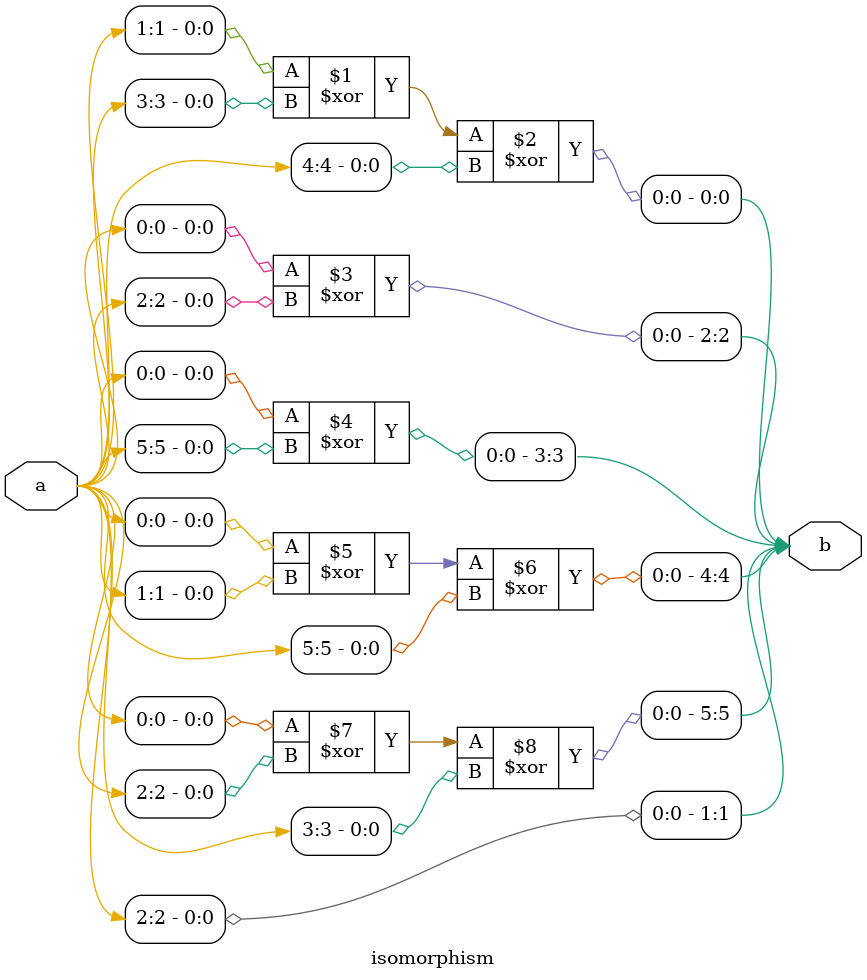
<source format=v>
`timescale 1ns/100ps
module SMS32_20_np_13_5(x,y);
	 input [5:0] x;
	 output [5:0] y;
	 wire [5:0] w;
	 wire [5:0] p;
	 isomorphism C2 (x,w);
	 power_20 C3 (w,p);
	 inv_isomorphism C4 (p,y);
endmodule

module add_base(a,b,c);
	 input [2:0] a;
	 input [2:0] b;
	 output [2:0] c;
	 assign c[0]=a[0]^b[0];
	 assign c[1]=a[1]^b[1];
	 assign c[2]=a[2]^b[2];
endmodule

module constant_multiplication_base_0(a,b);
	 input [2:0] a;
	 output [2:0] b;
	 assign b[0]=0;
	 assign b[1]=0;
	 assign b[2]=0;
endmodule

module constant_multiplication_base_1(a,b);
	 input [2:0] a;
	 output [2:0] b;
	 assign b[0]=a[0];
	 assign b[1]=a[1];
	 assign b[2]=a[2];
endmodule

module constant_multiplication_base_2(a,b);
	 input [2:0] a;
	 output [2:0] b;
	 assign b[0]=a[2];
	 assign b[1]=a[0];
	 assign b[2]=a[1]^a[2];
endmodule

module constant_multiplication_base_3(a,b);
	 input [2:0] a;
	 output [2:0] b;
	 assign b[0]=a[1]^a[2];
	 assign b[1]=a[2];
	 assign b[2]=a[0]^a[1]^a[2];
endmodule

module constant_multiplication_base_4(a,b);
	 input [2:0] a;
	 output [2:0] b;
	 assign b[0]=a[0]^a[1]^a[2];
	 assign b[1]=a[1]^a[2];
	 assign b[2]=a[0]^a[1];
endmodule

module constant_multiplication_base_5(a,b);
	 input [2:0] a;
	 output [2:0] b;
	 assign b[0]=a[0]^a[1];
	 assign b[1]=a[0]^a[1]^a[2];
	 assign b[2]=a[0]^a[2];
endmodule

module constant_multiplication_base_6(a,b);
	 input [2:0] a;
	 output [2:0] b;
	 assign b[0]=a[0]^a[2];
	 assign b[1]=a[0]^a[1];
	 assign b[2]=a[1];
endmodule

module constant_multiplication_base_7(a,b);
	 input [2:0] a;
	 output [2:0] b;
	 assign b[0]=a[1];
	 assign b[1]=a[0]^a[2];
	 assign b[2]=a[0];
endmodule

module multiplication_base(a,b,c);
	 input [2:0] a;
	 input [2:0] b;
	 output [2:0] c;
	 assign c[0]=(a[0]&b[0])^(a[1]&b[2])^(a[2]&b[1])^(a[2]&b[2]);
	 assign c[1]=(a[0]&b[1])^(a[1]&b[0])^(a[2]&b[2]);
	 assign c[2]=(a[2]&b[0])^(a[1]&b[1])^(a[0]&b[2])^(a[1]&b[2])^(a[2]&b[1])^(a[2]&b[2]);
endmodule

module square_base(a,b);
	 input [2:0] a;
	 output[2:0] b;
	 assign b[0]=a[0]^a[2];
	 assign b[1]=a[2];
	 assign b[2]=a[1]^a[2];
endmodule

module four_base(a,b);
	 input [2:0] a;
	 output[2:0] b;
	 assign b[0]=a[0]^a[1];
	 assign b[1]=a[1]^a[2];
	 assign b[2]=a[1];
endmodule

module six_base(a,b);
	 input [2:0] a;
	 output [2:0] b;
	 assign b[0]=a[0]^a[2]^(a[0]&a[1])^(a[0]&a[2])^(a[1]&a[2]);
	 assign b[1]=a[1]^a[2]^(a[0]&a[1])^(a[1]&a[2]);
	 assign b[2]=a[1]^(a[0]&a[2])^(a[1]&a[2]);
endmodule

module power_20(a,b);
	 input [5:0] a;
	 output [5:0] b;
	 wire [2:0] x_0;
	 wire [2:0] x_1;
	 wire [2:0] x_2;
	 wire [2:0] x_3;
	 wire [2:0] x_4;
	 wire [2:0] x_5;
	 wire [2:0] y_0;
	 wire [2:0] y_1;
	 wire [2:0] y_2;
	 wire [2:0] y_3;
	 wire [2:0] z_00;
	 wire [2:0] z_01;
	 wire [2:0] z_02;
	 wire [2:0] z_10;
	 wire [2:0] z_11;
	 wire [2:0] z_12;
	 wire [2:0] w_00;
	 wire [2:0] w_01;
	 wire [2:0] w_02;
	 wire [2:0] w_03;
	 wire [2:0] w_10;
	 wire [2:0] w_11;
	 wire [2:0] w_12;
	 wire [2:0] w_13;
	 assign x_0[0]=a[0];
	 assign x_0[1]=a[1];
	 assign x_0[2]=a[2];
	 assign x_1[0]=a[3];
	 assign x_1[1]=a[4];
	 assign x_1[2]=a[5];
	 six_base A1 (x_0,y_0);
	 six_base A2 (x_1,y_3);
	 square_base  A3 (x_0,x_2);
	 square_base A4 (x_1,x_3);
	 four_base  A5 (x_0,x_4);
	 four_base A6 (x_1,x_5);
	 multiplication_base A7 (x_2,x_5,y_1);
	 multiplication_base A8 (x_3,x_4,y_2);
	 constant_multiplication_base_5 MC00 (y_0,w_00);
	 constant_multiplication_base_1 MC01 (y_1,w_01);
	 constant_multiplication_base_3 MC02 (y_2,w_02);
	 constant_multiplication_base_4 MC03 (y_3,w_03);
	 constant_multiplication_base_4 MC10 (y_0,w_10);
	 constant_multiplication_base_3 MC11 (y_1,w_11);
	 constant_multiplication_base_1 MC12 (y_2,w_12);
	 constant_multiplication_base_5 MC13 (y_3,w_13);
	 add_base B00 (w_00,w_01,z_00);
	 add_base B01 (w_02,w_03,z_01);
	 add_base B02 (z_00,z_01,z_02);
	 add_base B10 (w_10,w_11,z_10);
	 add_base B11 (w_12,w_13,z_11);
	 add_base B12 (z_10,z_11,z_12);
	 assign b[0]=z_02[0];
	 assign b[1]=z_02[1];
	 assign b[2]=z_02[2];
	 assign b[3]=z_12[0];
	 assign b[4]=z_12[1];
	 assign b[5]=z_12[2];
endmodule

module inv_isomorphism(a,b);
	 input [5:0] a;
	 output [5:0] b;
	 assign b[0]=a[0]^a[2]^a[5];
	 assign b[1]=a[3]^a[4];
	 assign b[2]=a[0]^a[2];
	 assign b[3]=a[2]^a[4];
	 assign b[4]=a[0]^a[1]^a[5];
	 assign b[5]=a[0]^a[1]^a[4]^a[5];
endmodule

module isomorphism(a,b);
	 input [5:0] a;
	 output [5:0] b;
	 assign b[0]=a[1]^a[3]^a[4];
	 assign b[1]=a[2];
	 assign b[2]=a[0]^a[2];
	 assign b[3]=a[0]^a[5];
	 assign b[4]=a[0]^a[1]^a[5];
	 assign b[5]=a[0]^a[2]^a[3];
endmodule


</source>
